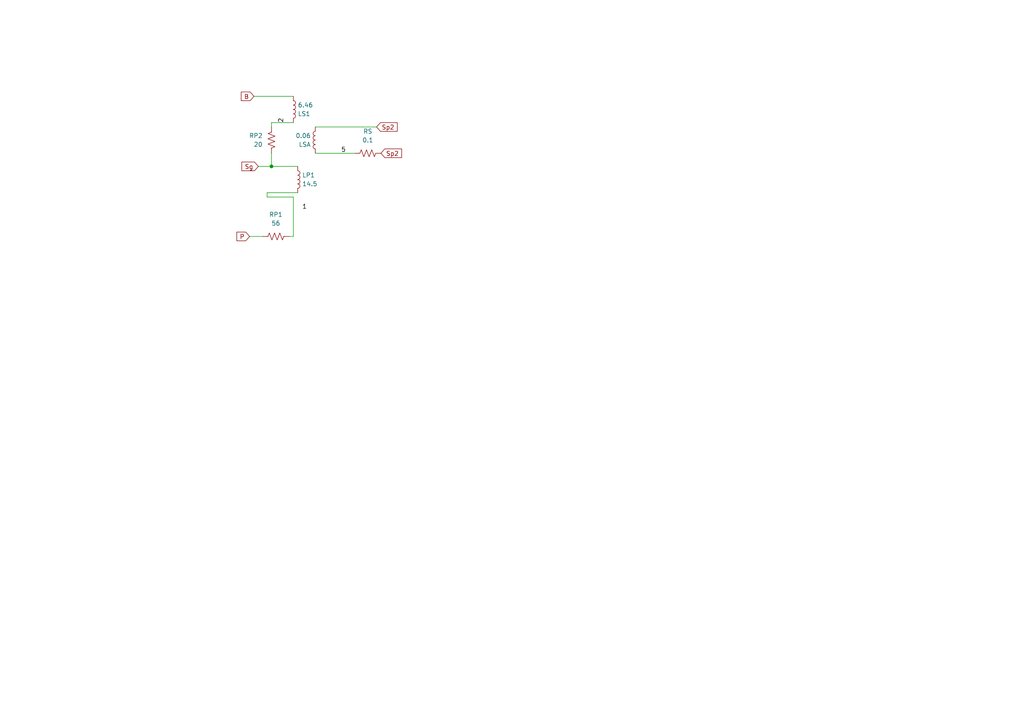
<source format=kicad_sch>
(kicad_sch (version 20231120) (generator "eeschema") (generator_version "8.0")
  (paper "A4")
  (lib_symbols
    (symbol "Device:L" (pin_numbers hide) (pin_names (offset 1.016) hide)
      (property "Reference" "L" (at -1.27 0 90))
      (property "Value" "L" (at 1.905 0 90))
      (symbol "L_0_1"
        (arc (start 0 -2.54) (mid 0.6323 -1.905) (end 0 -1.27))
        (arc (start 0 -1.27) (mid 0.6323 -0.635) (end 0 0))
        (arc (start 0 0) (mid 0.6323 0.635) (end 0 1.27))
        (arc (start 0 1.27) (mid 0.6323 1.905) (end 0 2.54))
      )
      (symbol "L_1_1"
        (pin passive line (at 0 3.81 270) (length 1.27) (name "1") (number "1"))
        (pin passive line (at 0 -3.81 90) (length 1.27) (name "2") (number "2"))
      )
    )
    (symbol "Device:R_US" (pin_numbers hide) (pin_names (offset 0))
      (property "Reference" "R" (at 2.54 0 90))
      (property "Value" "R_US" (at -2.54 0 90))
      (symbol "R_US_0_1"
        (polyline (pts (xy 0 -2.286) (xy 0 -2.54)))
        (polyline (pts (xy 0 2.286) (xy 0 2.54)))
        (polyline (pts (xy 0 -0.762) (xy 1.016 -1.143) (xy 0 -1.524) (xy -1.016 -1.905) (xy 0 -2.286)))
        (polyline (pts (xy 0 0.762) (xy 1.016 0.381) (xy 0 0) (xy -1.016 -0.381) (xy 0 -0.762)))
        (polyline (pts (xy 0 2.286) (xy 1.016 1.905) (xy 0 1.524) (xy -1.016 1.143) (xy 0 0.762)))
      )
      (symbol "R_US_1_1"
        (pin passive line (at 0 3.81 270) (length 1.27) (name "~") (number "1"))
        (pin passive line (at 0 -3.81 90) (length 1.27) (name "~") (number "2"))
      )
    )
  )
  (junction (at 78.74 48.26))
  (wire (pts (xy 78.74 44.45) (xy 78.74 48.26)))
  (wire (pts (xy 85.09 57.15) (xy 77.47 57.15)))
  (wire (pts (xy 77.47 55.88) (xy 86.36 55.88)))
  (wire (pts (xy 85.09 57.15) (xy 85.09 68.58)))
  (wire (pts (xy 77.47 57.15) (xy 77.47 55.88)))
  (wire (pts (xy 83.82 68.58) (xy 85.09 68.58)))
  (wire (pts (xy 109.22 36.83) (xy 91.44 36.83)))
  (wire (pts (xy 74.93 48.26) (xy 78.74 48.26)))
  (wire (pts (xy 91.44 44.45) (xy 102.87 44.45)))
  (wire (pts (xy 78.74 36.83) (xy 78.74 35.56)))
  (wire (pts (xy 78.74 35.56) (xy 85.09 35.56)))
  (wire (pts (xy 73.66 27.94) (xy 85.09 27.94)))
  (wire (pts (xy 78.74 48.26) (xy 86.36 48.26)))
  (wire (pts (xy 72.39 68.58) (xy 76.2 68.58)))
  (label "1" (at 87.63 60.96 0))
  (label "5" (at 100.33 44.45 180))
  (label "2" (at 82.55 35.56 90))
  (global_label "Sp2" (shape input) (at 110.49 44.45 0) (property "Intersheetrefs" "${INTERSHEET_REFS}" (effects (hide yes))))
  (global_label "P" (shape input) (at 72.39 68.58 180) (property "Intersheetrefs" "${INTERSHEET_REFS}" (effects (hide yes))))
  (global_label "Sp2" (shape input) (at 109.22 36.83 0) (property "Intersheetrefs" "${INTERSHEET_REFS}" (effects (hide yes))))
  (global_label "B" (shape input) (at 73.66 27.94 180) (property "Intersheetrefs" "${INTERSHEET_REFS}" (effects (hide yes))))
  (global_label "Sg" (shape input) (at 74.93 48.26 180) (property "Intersheetrefs" "${INTERSHEET_REFS}" (effects (hide yes))))
  (symbol (lib_id "Device:R_US") (at 106.68 44.45 90) (unit 1)
    (property "Reference" "RS" (at 106.68 38.1 90))
    (property "Value" "0.1" (at 106.68 40.64 90))
    (property "Description" "Resistor, US symbol" (effects (hide yes)))
  )
  (symbol (lib_id "Device:L") (at 86.36 52.07 0) (unit 1)
    (property "Reference" "LP1" (at 87.63 50.7999 0) (effects (justify left)))
    (property "Value" "14.5" (at 87.63 53.3399 0) (effects (justify left)))
    (property "Description" "Inductor" (effects (hide yes)))
  )
  (symbol (lib_id "Device:R_US") (at 80.01 68.58 90) (unit 1)
    (property "Reference" "RP1" (at 80.01 62.23 90))
    (property "Value" "56" (at 80.01 64.77 90))
    (property "Description" "Resistor, US symbol" (effects (hide yes)))
  )
  (symbol (lib_id "Device:L") (at 91.44 40.64 180) (unit 1)
    (property "Reference" "LSA" (at 90.17 41.9101 0) (effects (justify left)))
    (property "Value" "0.06" (at 90.17 39.3701 0) (effects (justify left)))
    (property "Description" "Inductor" (effects (hide yes)))
  )
  (symbol (lib_id "Device:L") (at 85.09 31.75 0) (mirror x) (unit 1)
    (property "Reference" "LS1" (at 86.36 33.0201 0) (effects (justify left)))
    (property "Value" "6.46" (at 86.36 30.4801 0) (effects (justify left)))
    (property "Description" "Inductor" (effects (hide yes)))
  )
  (symbol (lib_id "Device:R_US") (at 78.74 40.64 0) (mirror x) (unit 1)
    (property "Reference" "RP2" (at 76.2 39.3699 0) (effects (justify right)))
    (property "Value" "20" (at 76.2 41.9099 0) (effects (justify right)))
    (property "Description" "Resistor, US symbol" (effects (hide yes)))
  )
)
</source>
